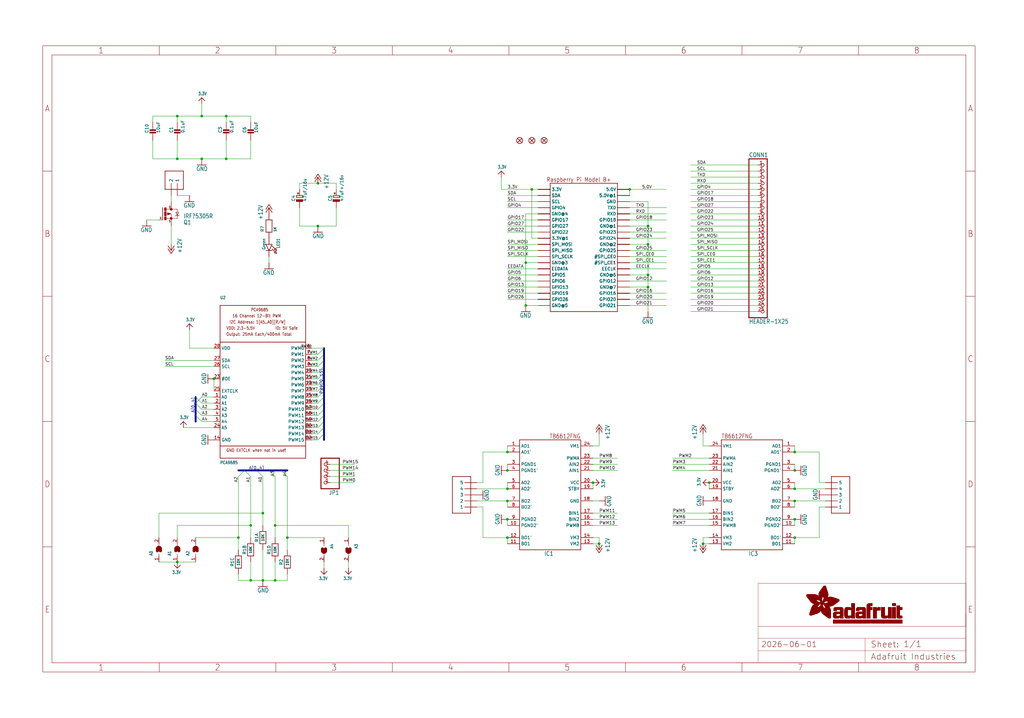
<source format=kicad_sch>
(kicad_sch (version 20230121) (generator eeschema)
  (paper "User" 425.45 298.602)
  (lib_symbols
    (symbol "working-eagle-import:+12V" (power)
      (property "Value" "+12V" (at -2.54 -5.08 90))
      (symbol "+12V_1_0"
        (pin power_in line (at 0 -2.54 90) (length 2.54) (name "+12V") (number "1"))
      )
    )
    (symbol "working-eagle-import:1X2-3.5MM"
      (symbol "1X2-3.5MM_1_0"
        (pin passive line (at -5.08 2.54 0) (length 5.08) (name "1") (number "1"))
        (pin passive line (at -5.08 0 0) (length 5.08) (name "2") (number "2"))
      )
    )
    (symbol "working-eagle-import:1X5"
      (symbol "1X5_1_0"
        (pin passive line (at -7.62 5.08 0) (length 5.08) (name "1") (number "1"))
        (pin passive line (at -7.62 2.54 0) (length 5.08) (name "2") (number "2"))
        (pin passive line (at -7.62 0 0) (length 5.08) (name "3") (number "3"))
        (pin passive line (at -7.62 -2.54 0) (length 5.08) (name "4") (number "4"))
        (pin passive line (at -7.62 -5.08 0) (length 5.08) (name "5") (number "5"))
      )
    )
    (symbol "working-eagle-import:3.3V" (power)
      (property "Value" "3.3V" (at -1.524 1.016 0))
      (symbol "3.3V_1_0"
        (pin power_in line (at 0 -2.54 90) (length 2.54) (name "3.3V") (number "1"))
      )
    )
    (symbol "working-eagle-import:CAP_CERAMIC0603_NO"
      (property "Reference" "C" (at -2.29 1.25 90))
      (symbol "CAP_CERAMIC0603_NO_1_0"
        (pin passive line (at 0 5.08 270) (length 2.54) (name "1") (number "1"))
        (pin passive line (at 0 -2.54 90) (length 2.54) (name "2") (number "2"))
      )
    )
    (symbol "working-eagle-import:CAP_CERAMIC0805-NOOUTLINE"
      (property "Reference" "C" (at -2.29 1.25 90))
      (symbol "CAP_CERAMIC0805-NOOUTLINE_1_0"
        (pin passive line (at 0 5.08 270) (length 2.54) (name "1") (number "1"))
        (pin passive line (at 0 -2.54 90) (length 2.54) (name "2") (number "2"))
      )
    )
    (symbol "working-eagle-import:CAP_ELECTROLYTICPANASONIC_C"
      (property "Reference" "C" (at -2.39 1.25 90))
      (symbol "CAP_ELECTROLYTICPANASONIC_C_1_0"
        (pin passive line (at 0 5.08 270) (length 2.54) (name "+") (number "+"))
        (pin passive line (at 0 -2.54 90) (length 2.54) (name "-") (number "-"))
      )
    )
    (symbol "working-eagle-import:FIDUCIAL_1MM")
    (symbol "working-eagle-import:FRAME_A3_ADAFRUIT"
      (symbol "FRAME_A3_ADAFRUIT_1_0"
        (text "${#}/${##}" (at 357.505 10.16 0) (effects (font (size 2.54 2.54)) (justify left bottom)))
        (text "${CURRENT_DATE}" (at 298.45 10.16 0) (effects (font (size 2.286 2.286)) (justify left bottom)))
        (text "${PROJECTNAME}" (at 298.45 15.24 0) (effects (font (size 2.54 2.54)) (justify left bottom)))
        (text "1" (at 24.2094 1.905 0) (effects (font (size 2.54 2.286))))
        (text "1" (at 24.2094 258.445 0) (effects (font (size 2.54 2.286))))
        (text "2" (at 72.6281 1.905 0) (effects (font (size 2.54 2.286))))
        (text "2" (at 72.6281 258.445 0) (effects (font (size 2.54 2.286))))
        (text "3" (at 121.0469 1.905 0) (effects (font (size 2.54 2.286))))
        (text "3" (at 121.0469 258.445 0) (effects (font (size 2.54 2.286))))
        (text "4" (at 169.4656 1.905 0) (effects (font (size 2.54 2.286))))
        (text "4" (at 169.4656 258.445 0) (effects (font (size 2.54 2.286))))
        (text "5" (at 217.8844 1.905 0) (effects (font (size 2.54 2.286))))
        (text "5" (at 217.8844 258.445 0) (effects (font (size 2.54 2.286))))
        (text "6" (at 266.3031 1.905 0) (effects (font (size 2.54 2.286))))
        (text "6" (at 266.3031 258.445 0) (effects (font (size 2.54 2.286))))
        (text "7" (at 314.7219 1.905 0) (effects (font (size 2.54 2.286))))
        (text "7" (at 314.7219 258.445 0) (effects (font (size 2.54 2.286))))
        (text "8" (at 363.1406 1.905 0) (effects (font (size 2.54 2.286))))
        (text "8" (at 363.1406 258.445 0) (effects (font (size 2.54 2.286))))
        (text "A" (at 1.905 234.315 0) (effects (font (size 2.54 2.286))))
        (text "A" (at 385.445 234.315 0) (effects (font (size 2.54 2.286))))
        (text "Adafruit Industries" (at 343.916 4.953 0) (effects (font (size 2.54 2.54)) (justify left bottom)))
        (text "B" (at 1.905 182.245 0) (effects (font (size 2.54 2.286))))
        (text "B" (at 385.445 182.245 0) (effects (font (size 2.54 2.286))))
        (text "C" (at 1.905 130.175 0) (effects (font (size 2.54 2.286))))
        (text "C" (at 385.445 130.175 0) (effects (font (size 2.54 2.286))))
        (text "D" (at 1.905 78.105 0) (effects (font (size 2.54 2.286))))
        (text "D" (at 385.445 78.105 0) (effects (font (size 2.54 2.286))))
        (text "E" (at 1.905 26.035 0) (effects (font (size 2.54 2.286))))
        (text "E" (at 385.445 26.035 0) (effects (font (size 2.54 2.286))))
        (text "Sheet:" (at 343.916 10.033 0) (effects (font (size 2.54 2.54)) (justify left bottom)))
      )
    )
    (symbol "working-eagle-import:GND" (power)
      (property "Value" "GND" (at -2.54 -2.54 0))
      (symbol "GND_1_0"
        (pin power_in line (at 0 2.54 270) (length 2.54) (name "GND") (number "1"))
      )
    )
    (symbol "working-eagle-import:HEADER-1X25"
      (property "Reference" "CONN" (at -3.81 33.655 0))
      (symbol "HEADER-1X25_1_0"
        (pin passive inverted (at 0 30.48 0) (length 2.54) (name "1") (number "1"))
        (pin passive inverted (at 0 7.62 0) (length 2.54) (name "10") (number "10"))
        (pin passive inverted (at 0 5.08 0) (length 2.54) (name "11") (number "11"))
        (pin passive inverted (at 0 2.54 0) (length 2.54) (name "12") (number "12"))
        (pin passive inverted (at 0 0 0) (length 2.54) (name "13") (number "13"))
        (pin passive inverted (at 0 -2.54 0) (length 2.54) (name "14") (number "14"))
        (pin passive inverted (at 0 -5.08 0) (length 2.54) (name "15") (number "15"))
        (pin passive inverted (at 0 -7.62 0) (length 2.54) (name "16") (number "16"))
        (pin passive inverted (at 0 -10.16 0) (length 2.54) (name "17") (number "17"))
        (pin passive inverted (at 0 -12.7 0) (length 2.54) (name "18") (number "18"))
        (pin passive inverted (at 0 -15.24 0) (length 2.54) (name "19") (number "19"))
        (pin passive inverted (at 0 27.94 0) (length 2.54) (name "2") (number "2"))
        (pin passive inverted (at 0 -17.78 0) (length 2.54) (name "20") (number "20"))
        (pin passive inverted (at 0 -20.32 0) (length 2.54) (name "21") (number "21"))
        (pin passive inverted (at 0 -22.86 0) (length 2.54) (name "22") (number "22"))
        (pin passive inverted (at 0 -25.4 0) (length 2.54) (name "23") (number "23"))
        (pin passive inverted (at 0 -27.94 0) (length 2.54) (name "24") (number "24"))
        (pin passive inverted (at 0 -30.48 0) (length 2.54) (name "25") (number "25"))
        (pin passive inverted (at 0 25.4 0) (length 2.54) (name "3") (number "3"))
        (pin passive inverted (at 0 22.86 0) (length 2.54) (name "4") (number "4"))
        (pin passive inverted (at 0 20.32 0) (length 2.54) (name "5") (number "5"))
        (pin passive inverted (at 0 17.78 0) (length 2.54) (name "6") (number "6"))
        (pin passive inverted (at 0 15.24 0) (length 2.54) (name "7") (number "7"))
        (pin passive inverted (at 0 12.7 0) (length 2.54) (name "8") (number "8"))
        (pin passive inverted (at 0 10.16 0) (length 2.54) (name "9") (number "9"))
      )
    )
    (symbol "working-eagle-import:HEADER-1X4ROUND"
      (property "Reference" "JP" (at -6.35 8.255 0))
      (symbol "HEADER-1X4ROUND_1_0"
        (pin passive inverted (at -2.54 5.08 0) (length 2.54) (name "1") (number "1"))
        (pin passive inverted (at -2.54 2.54 0) (length 2.54) (name "2") (number "2"))
        (pin passive inverted (at -2.54 0 0) (length 2.54) (name "3") (number "3"))
        (pin passive inverted (at -2.54 -2.54 0) (length 2.54) (name "4") (number "4"))
      )
    )
    (symbol "working-eagle-import:IRF?5305R"
      (property "Reference" "Q" (at 7.62 2.54 0))
      (symbol "IRF?5305R_1_0"
        (text "D" (at 1.524 -3.302 0) (effects (font (size 0.8128 0.6908)) (justify left bottom)))
        (text "G" (at -2.286 1.27 0) (effects (font (size 0.8128 0.6908)) (justify left bottom)))
        (text "S" (at 1.524 2.54 0) (effects (font (size 0.8128 0.6908)) (justify left bottom)))
        (pin passive line (at -2.54 2.54 0) (length 0) (name "G") (number "1"))
        (pin passive line (at 2.54 5.08 270) (length 2.54) (name "S") (number "3"))
        (pin passive line (at 2.54 -5.08 90) (length 2.54) (name "D") (number "4"))
      )
    )
    (symbol "working-eagle-import:LED0805_NOOUTLINE"
      (property "Reference" "D" (at -1.27 4.445 0))
      (symbol "LED0805_NOOUTLINE_1_0"
        (pin passive line (at -5.08 0 0) (length 2.54) (name "A") (number "A"))
        (pin passive line (at 2.54 0 180) (length 2.54) (name "C") (number "C"))
      )
    )
    (symbol "working-eagle-import:PCA9685"
      (property "Reference" "U" (at -17.78 35.56 0))
      (symbol "PCA9685_1_0"
        (text "16 Channel 12-Bit PWM" (at -12.7 27.94 0) (effects (font (size 1.27 1.0795)) (justify left bottom)))
        (text "GND EXTCLK when not in use!" (at -15.24 -27.94 0) (effects (font (size 1.27 1.0795)) (justify left bottom)))
        (text "I2C Address: 1[A5..A0][R/W]" (at -13.97 25.4 0) (effects (font (size 1.27 1.0795)) (justify left bottom)))
        (text "IO: 5V Safe" (at 5.08 22.86 0) (effects (font (size 1.27 1.0795)) (justify left bottom)))
        (text "Output: 25mA Each/400mA Total" (at -15.24 20.32 0) (effects (font (size 1.27 1.0795)) (justify left bottom)))
        (text "PCA9685" (at -5.08 30.48 0) (effects (font (size 1.27 1.0795)) (justify left bottom)))
        (text "VDD: 2.3-5.5V" (at -15.24 22.86 0) (effects (font (size 1.27 1.0795)) (justify left bottom)))
        (pin bidirectional line (at -20.32 -5.08 0) (length 2.54) (name "A0") (number "1"))
        (pin output line (at 20.32 5.08 180) (length 2.54) (name "PWM4") (number "10"))
        (pin output line (at 20.32 2.54 180) (length 2.54) (name "PWM5") (number "11"))
        (pin output line (at 20.32 0 180) (length 2.54) (name "PWM6") (number "12"))
        (pin output line (at 20.32 -2.54 180) (length 2.54) (name "PWM7") (number "13"))
        (pin power_in line (at -20.32 -22.86 0) (length 2.54) (name "GND") (number "14"))
        (pin output line (at 20.32 -5.08 180) (length 2.54) (name "PWM8") (number "15"))
        (pin output line (at 20.32 -7.62 180) (length 2.54) (name "PWM9") (number "16"))
        (pin output line (at 20.32 -10.16 180) (length 2.54) (name "PWM10") (number "17"))
        (pin output line (at 20.32 -12.7 180) (length 2.54) (name "PWM11") (number "18"))
        (pin output line (at 20.32 -15.24 180) (length 2.54) (name "PWM12") (number "19"))
        (pin bidirectional line (at -20.32 -7.62 0) (length 2.54) (name "A1") (number "2"))
        (pin output line (at 20.32 -17.78 180) (length 2.54) (name "PWM13") (number "20"))
        (pin output line (at 20.32 -20.32 180) (length 2.54) (name "PWM14") (number "21"))
        (pin output line (at 20.32 -22.86 180) (length 2.54) (name "PWM15") (number "22"))
        (pin input line (at -20.32 2.54 0) (length 2.54) (name "#OE") (number "23"))
        (pin bidirectional line (at -20.32 -17.78 0) (length 2.54) (name "A5") (number "24"))
        (pin input line (at -20.32 -2.54 0) (length 2.54) (name "EXTCLK") (number "25"))
        (pin bidirectional line (at -20.32 7.62 0) (length 2.54) (name "SCL") (number "26"))
        (pin bidirectional line (at -20.32 10.16 0) (length 2.54) (name "SDA") (number "27"))
        (pin power_in line (at -20.32 15.24 0) (length 2.54) (name "VDD") (number "28"))
        (pin bidirectional line (at -20.32 -10.16 0) (length 2.54) (name "A2") (number "3"))
        (pin bidirectional line (at -20.32 -12.7 0) (length 2.54) (name "A3") (number "4"))
        (pin bidirectional line (at -20.32 -15.24 0) (length 2.54) (name "A4") (number "5"))
        (pin output line (at 20.32 15.24 180) (length 2.54) (name "PWM0") (number "6"))
        (pin output line (at 20.32 12.7 180) (length 2.54) (name "PWM1") (number "7"))
        (pin output line (at 20.32 10.16 180) (length 2.54) (name "PWM2") (number "8"))
        (pin output line (at 20.32 7.62 180) (length 2.54) (name "PWM3") (number "9"))
      )
    )
    (symbol "working-eagle-import:RASPBERRYPI_BPLUS_BONNET_THMSMT"
      (symbol "RASPBERRYPI_BPLUS_BONNET_THMSMT_1_0"
        (text "Raspberry Pi Model B+" (at 12.7 25.4 0) (effects (font (size 1.778 1.5113)) (justify right top)))
        (pin power_in line (at -17.78 20.32 0) (length 5.08) (name "3.3V") (number "1"))
        (pin bidirectional line (at 20.32 10.16 180) (length 5.08) (name "RXD") (number "10"))
        (pin bidirectional line (at -17.78 7.62 0) (length 5.08) (name "GPIO17") (number "11"))
        (pin bidirectional line (at 20.32 7.62 180) (length 5.08) (name "GPIO18") (number "12"))
        (pin bidirectional line (at -17.78 5.08 0) (length 5.08) (name "GPIO27") (number "13"))
        (pin power_in line (at 20.32 5.08 180) (length 5.08) (name "GND@1") (number "14"))
        (pin bidirectional line (at -17.78 2.54 0) (length 5.08) (name "GPIO22") (number "15"))
        (pin bidirectional line (at 20.32 2.54 180) (length 5.08) (name "GPIO23") (number "16"))
        (pin power_in line (at -17.78 0 0) (length 5.08) (name "3.3V@1") (number "17"))
        (pin bidirectional line (at 20.32 0 180) (length 5.08) (name "GPIO24") (number "18"))
        (pin bidirectional line (at -17.78 -2.54 0) (length 5.08) (name "SPI_MOSI") (number "19"))
        (pin power_in line (at 20.32 20.32 180) (length 5.08) (name "5.0V") (number "2"))
        (pin power_in line (at 20.32 -2.54 180) (length 5.08) (name "GND@2") (number "20"))
        (pin bidirectional line (at -17.78 -5.08 0) (length 5.08) (name "SPI_MISO") (number "21"))
        (pin bidirectional line (at 20.32 -5.08 180) (length 5.08) (name "GPIO25") (number "22"))
        (pin bidirectional line (at -17.78 -7.62 0) (length 5.08) (name "SPI_SCLK") (number "23"))
        (pin bidirectional line (at 20.32 -7.62 180) (length 5.08) (name "#SPI_CE0") (number "24"))
        (pin power_in line (at -17.78 -10.16 0) (length 5.08) (name "GND@3") (number "25"))
        (pin bidirectional line (at 20.32 -10.16 180) (length 5.08) (name "#SPI_CE1") (number "26"))
        (pin bidirectional line (at -17.78 -12.7 0) (length 5.08) (name "EEDATA") (number "27"))
        (pin bidirectional line (at 20.32 -12.7 180) (length 5.08) (name "EECLK") (number "28"))
        (pin bidirectional line (at -17.78 -15.24 0) (length 5.08) (name "GPIO5") (number "29"))
        (pin bidirectional line (at -17.78 17.78 0) (length 5.08) (name "SDA") (number "3"))
        (pin power_in line (at 20.32 -15.24 180) (length 5.08) (name "GND@6") (number "30"))
        (pin bidirectional line (at -17.78 -17.78 0) (length 5.08) (name "GPIO6") (number "31"))
        (pin bidirectional line (at 20.32 -17.78 180) (length 5.08) (name "GPIO12") (number "32"))
        (pin bidirectional line (at -17.78 -20.32 0) (length 5.08) (name "GPIO13") (number "33"))
        (pin power_in line (at 20.32 -20.32 180) (length 5.08) (name "GND@7") (number "34"))
        (pin bidirectional line (at -17.78 -22.86 0) (length 5.08) (name "GPIO19") (number "35"))
        (pin bidirectional line (at 20.32 -22.86 180) (length 5.08) (name "GPIO16") (number "36"))
        (pin bidirectional line (at -17.78 -25.4 0) (length 5.08) (name "GPIO26") (number "37"))
        (pin bidirectional line (at 20.32 -25.4 180) (length 5.08) (name "GPIO20") (number "38"))
        (pin power_in line (at -17.78 -27.94 0) (length 5.08) (name "GND@5") (number "39"))
        (pin power_in line (at 20.32 17.78 180) (length 5.08) (name "5.0V@1") (number "4"))
        (pin bidirectional line (at 20.32 -27.94 180) (length 5.08) (name "GPIO21") (number "40"))
        (pin bidirectional line (at -17.78 15.24 0) (length 5.08) (name "SCL") (number "5"))
        (pin power_in line (at 20.32 15.24 180) (length 5.08) (name "GND") (number "6"))
        (pin bidirectional line (at -17.78 12.7 0) (length 5.08) (name "GPIO4") (number "7"))
        (pin bidirectional line (at 20.32 12.7 180) (length 5.08) (name "TXD") (number "8"))
        (pin power_in line (at -17.78 10.16 0) (length 5.08) (name "GND@4") (number "9"))
        (pin power_in line (at -17.78 20.32 0) (length 5.08) (name "3.3V") (number "S1"))
        (pin bidirectional line (at 20.32 10.16 180) (length 5.08) (name "RXD") (number "S10"))
        (pin bidirectional line (at -17.78 7.62 0) (length 5.08) (name "GPIO17") (number "S11"))
        (pin bidirectional line (at 20.32 7.62 180) (length 5.08) (name "GPIO18") (number "S12"))
        (pin bidirectional line (at -17.78 5.08 0) (length 5.08) (name "GPIO27") (number "S13"))
        (pin power_in line (at 20.32 5.08 180) (length 5.08) (name "GND@1") (number "S14"))
        (pin bidirectional line (at -17.78 2.54 0) (length 5.08) (name "GPIO22") (number "S15"))
        (pin bidirectional line (at 20.32 2.54 180) (length 5.08) (name "GPIO23") (number "S16"))
        (pin power_in line (at -17.78 0 0) (length 5.08) (name "3.3V@1") (number "S17"))
        (pin bidirectional line (at 20.32 0 180) (length 5.08) (name "GPIO24") (number "S18"))
        (pin bidirectional line (at -17.78 -2.54 0) (length 5.08) (name "SPI_MOSI") (number "S19"))
        (pin power_in line (at 20.32 20.32 180) (length 5.08) (name "5.0V") (number "S2"))
        (pin power_in line (at 20.32 -2.54 180) (length 5.08) (name "GND@2") (number "S20"))
        (pin bidirectional line (at -17.78 -5.08 0) (length 5.08) (name "SPI_MISO") (number "S21"))
        (pin bidirectional line (at 20.32 -5.08 180) (length 5.08) (name "GPIO25") (number "S22"))
        (pin bidirectional line (at -17.78 -7.62 0) (length 5.08) (name "SPI_SCLK") (number "S23"))
        (pin bidirectional line (at 20.32 -7.62 180) (length 5.08) (name "#SPI_CE0") (number "S24"))
        (pin power_in line (at -17.78 -10.16 0) (length 5.08) (name "GND@3") (number "S25"))
        (pin bidirectional line (at 20.32 -10.16 180) (length 5.08) (name "#SPI_CE1") (number "S26"))
        (pin bidirectional line (at -17.78 -12.7 0) (length 5.08) (name "EEDATA") (number "S27"))
        (pin bidirectional line (at 20.32 -12.7 180) (length 5.08) (name "EECLK") (number "S28"))
        (pin bidirectional line (at -17.78 -15.24 0) (length 5.08) (name "GPIO5") (number "S29"))
        (pin bidirectional line (at -17.78 17.78 0) (length 5.08) (name "SDA") (number "S3"))
        (pin power_in line (at 20.32 -15.24 180) (length 5.08) (name "GND@6") (number "S30"))
        (pin bidirectional line (at -17.78 -17.78 0) (length 5.08) (name "GPIO6") (number "S31"))
        (pin bidirectional line (at 20.32 -17.78 180) (length 5.08) (name "GPIO12") (number "S32"))
        (pin bidirectional line (at -17.78 -20.32 0) (length 5.08) (name "GPIO13") (number "S33"))
        (pin power_in line (at 20.32 -20.32 180) (length 5.08) (name "GND@7") (number "S34"))
        (pin bidirectional line (at -17.78 -22.86 0) (length 5.08) (name "GPIO19") (number "S35"))
        (pin bidirectional line (at 20.32 -22.86 180) (length 5.08) (name "GPIO16") (number "S36"))
        (pin bidirectional line (at -17.78 -25.4 0) (length 5.08) (name "GPIO26") (number "S37"))
        (pin bidirectional line (at 20.32 -25.4 180) (length 5.08) (name "GPIO20") (number "S38"))
        (pin power_in line (at -17.78 -27.94 0) (length 5.08) (name "GND@5") (number "S39"))
        (pin power_in line (at 20.32 17.78 180) (length 5.08) (name "5.0V@1") (number "S4"))
        (pin bidirectional line (at 20.32 -27.94 180) (length 5.08) (name "GPIO21") (number "S40"))
        (pin bidirectional line (at -17.78 15.24 0) (length 5.08) (name "SCL") (number "S5"))
        (pin power_in line (at 20.32 15.24 180) (length 5.08) (name "GND") (number "S6"))
        (pin bidirectional line (at -17.78 12.7 0) (length 5.08) (name "GPIO4") (number "S7"))
        (pin bidirectional line (at 20.32 12.7 180) (length 5.08) (name "TXD") (number "S8"))
        (pin power_in line (at -17.78 10.16 0) (length 5.08) (name "GND@4") (number "S9"))
      )
    )
    (symbol "working-eagle-import:RESISTOR_0603_NOOUT"
      (property "Reference" "R" (at 0 2.54 0))
      (symbol "RESISTOR_0603_NOOUT_1_0"
        (pin passive line (at -5.08 0 0) (length 2.54) (name "1") (number "1"))
        (pin passive line (at 5.08 0 180) (length 2.54) (name "2") (number "2"))
      )
    )
    (symbol "working-eagle-import:RESISTOR_4PACK"
      (property "Reference" "R" (at 0 2.54 0))
      (symbol "RESISTOR_4PACK_1_0"
        (pin passive line (at -5.08 0 0) (length 2.54) (name "1") (number "1"))
        (pin passive line (at 5.08 0 180) (length 2.54) (name "2") (number "8"))
      )
      (symbol "RESISTOR_4PACK_2_0"
        (pin passive line (at -5.08 0 0) (length 2.54) (name "1") (number "2"))
        (pin passive line (at 5.08 0 180) (length 2.54) (name "2") (number "7"))
      )
      (symbol "RESISTOR_4PACK_3_0"
        (pin passive line (at -5.08 0 0) (length 2.54) (name "1") (number "3"))
        (pin passive line (at 5.08 0 180) (length 2.54) (name "2") (number "6"))
      )
      (symbol "RESISTOR_4PACK_4_0"
        (pin passive line (at -5.08 0 0) (length 2.54) (name "1") (number "4"))
        (pin passive line (at 5.08 0 180) (length 2.54) (name "2") (number "5"))
      )
    )
    (symbol "working-eagle-import:SOLDERJUMPERREFLOW_NOPASTE"
      (property "Reference" "SJ" (at -2.54 2.54 0))
      (symbol "SOLDERJUMPERREFLOW_NOPASTE_1_0"
        (pin passive line (at -5.08 0 0) (length 2.54) (name "1") (number "1"))
        (pin passive line (at 5.08 0 180) (length 2.54) (name "2") (number "2"))
      )
    )
    (symbol "working-eagle-import:TB6612FNG"
      (property "Reference" "IC" (at -2.54 -25.4 0))
      (symbol "TB6612FNG_1_0"
        (text "TB6612FNG" (at 12.7 25.4 0) (effects (font (size 1.778 1.5113)) (justify right top)))
        (pin output line (at -17.78 20.32 0) (length 5.08) (name "AO1") (number "1"))
        (pin power_in line (at -17.78 -12.7 0) (length 5.08) (name "PGND2'") (number "10"))
        (pin output line (at -17.78 -20.32 0) (length 5.08) (name "BO1") (number "11"))
        (pin output line (at -17.78 -17.78 0) (length 5.08) (name "BO1'") (number "12"))
        (pin power_in line (at 17.78 -20.32 180) (length 5.08) (name "VM2") (number "13"))
        (pin power_in line (at 17.78 -17.78 180) (length 5.08) (name "VM3") (number "14"))
        (pin input line (at 17.78 -12.7 180) (length 5.08) (name "PWMB") (number "15"))
        (pin input line (at 17.78 -10.16 180) (length 5.08) (name "BIN2") (number "16"))
        (pin input line (at 17.78 -7.62 180) (length 5.08) (name "BIN1") (number "17"))
        (pin power_in line (at 17.78 -2.54 180) (length 5.08) (name "GND") (number "18"))
        (pin input line (at 17.78 2.54 180) (length 5.08) (name "STBY") (number "19"))
        (pin output line (at -17.78 17.78 0) (length 5.08) (name "AO1'") (number "2"))
        (pin power_in line (at 17.78 5.08 180) (length 5.08) (name "VCC") (number "20"))
        (pin input line (at 17.78 10.16 180) (length 5.08) (name "AIN1") (number "21"))
        (pin input line (at 17.78 12.7 180) (length 5.08) (name "AIN2") (number "22"))
        (pin input line (at 17.78 15.24 180) (length 5.08) (name "PWMA") (number "23"))
        (pin power_in line (at 17.78 20.32 180) (length 5.08) (name "VM1") (number "24"))
        (pin power_in line (at -17.78 12.7 0) (length 5.08) (name "PGND1") (number "3"))
        (pin power_in line (at -17.78 10.16 0) (length 5.08) (name "PGND1'") (number "4"))
        (pin output line (at -17.78 5.08 0) (length 5.08) (name "AO2") (number "5"))
        (pin output line (at -17.78 2.54 0) (length 5.08) (name "AO2'") (number "6"))
        (pin output line (at -17.78 -2.54 0) (length 5.08) (name "BO2") (number "7"))
        (pin output line (at -17.78 -5.08 0) (length 5.08) (name "BO2'") (number "8"))
        (pin power_in line (at -17.78 -10.16 0) (length 5.08) (name "PGND2") (number "9"))
      )
    )
  )
  (junction (at 330.2 187.96))
  (junction (at 83.82 66.04))
  (junction (at 73.66 233.68))
  (junction (at 99.06 223.52))
  (junction (at 73.66 48.26))
  (junction (at 330.2 208.28))
  (junction (at 93.98 48.26))
  (junction (at 109.22 213.36))
  (junction (at 104.14 241.3))
  (junction (at 269.24 101.6))
  (junction (at 210.82 203.2))
  (junction (at 261.62 78.74))
  (junction (at 114.3 218.44))
  (junction (at 88.9 157.48))
  (junction (at 132.08 93.98))
  (junction (at 132.08 76.2))
  (junction (at 330.2 203.2))
  (junction (at 330.2 195.58))
  (junction (at 330.2 223.52))
  (junction (at 269.24 114.3))
  (junction (at 330.2 215.9))
  (junction (at 269.24 93.98))
  (junction (at 248.92 226.06))
  (junction (at 218.44 109.22))
  (junction (at 104.14 218.44))
  (junction (at 210.82 208.28))
  (junction (at 73.66 66.04))
  (junction (at 294.64 200.66))
  (junction (at 292.1 226.06))
  (junction (at 83.82 48.26))
  (junction (at 109.22 241.3))
  (junction (at 220.98 78.74))
  (junction (at 210.82 195.58))
  (junction (at 114.3 241.3))
  (junction (at 119.38 223.52))
  (junction (at 210.82 223.52))
  (junction (at 218.44 127))
  (junction (at 210.82 215.9))
  (junction (at 210.82 187.96))
  (junction (at 269.24 119.38))
  (junction (at 93.98 66.04))
  (junction (at 246.38 200.66))
  (bus_entry (at 132.08 180.34) (size 2.54 -2.54))
  (bus_entry (at 132.08 162.56) (size 2.54 -2.54))
  (bus_entry (at 99.06 198.12) (size 2.54 -2.54))
  (bus_entry (at 132.08 182.88) (size 2.54 -2.54))
  (bus_entry (at 132.08 152.4) (size 2.54 -2.54))
  (bus_entry (at 83.82 170.18) (size -2.54 -2.54))
  (bus_entry (at 109.22 198.12) (size -2.54 -2.54))
  (bus_entry (at 132.08 147.32) (size 2.54 -2.54))
  (bus_entry (at 132.08 154.94) (size 2.54 -2.54))
  (bus_entry (at 83.82 175.26) (size -2.54 -2.54))
  (bus_entry (at 104.14 198.12) (size -2.54 -2.54))
  (bus_entry (at 132.08 170.18) (size 2.54 -2.54))
  (bus_entry (at 132.08 177.8) (size 2.54 -2.54))
  (bus_entry (at 132.08 172.72) (size 2.54 -2.54))
  (bus_entry (at 132.08 167.64) (size 2.54 -2.54))
  (bus_entry (at 132.08 149.86) (size 2.54 -2.54))
  (bus_entry (at 83.82 165.1) (size -2.54 2.54))
  (bus_entry (at 114.3 198.12) (size -2.54 -2.54))
  (bus_entry (at 132.08 175.26) (size 2.54 -2.54))
  (bus_entry (at 132.08 160.02) (size 2.54 -2.54))
  (bus_entry (at 132.08 157.48) (size 2.54 -2.54))
  (bus_entry (at 119.38 198.12) (size -2.54 -2.54))
  (bus_entry (at 83.82 167.64) (size -2.54 -2.54))
  (bus_entry (at 83.82 172.72) (size -2.54 -2.54))
  (bus_entry (at 132.08 165.1) (size 2.54 -2.54))
  (wire (pts (xy 93.98 66.04) (xy 93.98 58.42)) (stroke (width 0.1524)))
  (bus (pts (xy 134.62 175.26) (xy 134.62 177.8)) (stroke (width 0.762)))
  (wire (pts (xy 330.2 203.2) (xy 342.9 203.2)) (stroke (width 0.1524)))
  (wire (pts (xy 83.82 172.72) (xy 88.9 172.72)) (stroke (width 0.1524)))
  (wire (pts (xy 132.08 76.2) (xy 139.7 76.2)) (stroke (width 0.1524)))
  (wire (pts (xy 330.2 226.06) (xy 330.2 223.52)) (stroke (width 0.1524)))
  (wire (pts (xy 314.96 111.76) (xy 287.02 111.76)) (stroke (width 0.1524)))
  (wire (pts (xy 294.64 193.04) (xy 279.4 193.04)) (stroke (width 0.1524)))
  (wire (pts (xy 269.24 93.98) (xy 269.24 101.6)) (stroke (width 0.1524)))
  (wire (pts (xy 314.96 68.58) (xy 287.02 68.58)) (stroke (width 0.1524)))
  (wire (pts (xy 83.82 43.18) (xy 83.82 48.26)) (stroke (width 0.1524)))
  (wire (pts (xy 134.62 233.68) (xy 134.62 236.22)) (stroke (width 0.1524)))
  (wire (pts (xy 81.28 233.68) (xy 73.66 233.68)) (stroke (width 0.1524)))
  (wire (pts (xy 220.98 99.06) (xy 220.98 78.74)) (stroke (width 0.1524)))
  (wire (pts (xy 210.82 208.28) (xy 210.82 210.82)) (stroke (width 0.1524)))
  (wire (pts (xy 78.74 137.16) (xy 78.74 144.78)) (stroke (width 0.1524)))
  (wire (pts (xy 330.2 193.04) (xy 330.2 195.58)) (stroke (width 0.1524)))
  (wire (pts (xy 93.98 66.04) (xy 104.14 66.04)) (stroke (width 0.1524)))
  (bus (pts (xy 134.62 149.86) (xy 134.62 152.4)) (stroke (width 0.762)))
  (wire (pts (xy 261.62 121.92) (xy 276.86 121.92)) (stroke (width 0.1524)))
  (wire (pts (xy 294.64 215.9) (xy 279.4 215.9)) (stroke (width 0.1524)))
  (wire (pts (xy 73.66 58.42) (xy 73.66 66.04)) (stroke (width 0.1524)))
  (wire (pts (xy 129.54 165.1) (xy 132.08 165.1)) (stroke (width 0.1524)))
  (wire (pts (xy 63.5 66.04) (xy 63.5 58.42)) (stroke (width 0.1524)))
  (bus (pts (xy 134.62 152.4) (xy 134.62 154.94)) (stroke (width 0.762)))
  (wire (pts (xy 210.82 121.92) (xy 223.52 121.92)) (stroke (width 0.1524)))
  (wire (pts (xy 287.02 129.54) (xy 314.96 129.54)) (stroke (width 0.1524)))
  (wire (pts (xy 261.62 124.46) (xy 276.86 124.46)) (stroke (width 0.1524)))
  (wire (pts (xy 124.46 76.2) (xy 124.46 78.74)) (stroke (width 0.1524)))
  (wire (pts (xy 109.22 218.44) (xy 109.22 213.36)) (stroke (width 0.1524)))
  (wire (pts (xy 287.02 76.2) (xy 314.96 76.2)) (stroke (width 0.1524)))
  (wire (pts (xy 218.44 109.22) (xy 218.44 88.9)) (stroke (width 0.1524)))
  (wire (pts (xy 81.28 223.52) (xy 99.06 223.52)) (stroke (width 0.1524)))
  (wire (pts (xy 129.54 160.02) (xy 132.08 160.02)) (stroke (width 0.1524)))
  (wire (pts (xy 119.38 228.6) (xy 119.38 223.52)) (stroke (width 0.1524)))
  (wire (pts (xy 63.5 50.8) (xy 63.5 48.26)) (stroke (width 0.1524)))
  (wire (pts (xy 246.38 195.58) (xy 256.54 195.58)) (stroke (width 0.1524)))
  (wire (pts (xy 83.82 175.26) (xy 88.9 175.26)) (stroke (width 0.1524)))
  (wire (pts (xy 261.62 83.82) (xy 269.24 83.82)) (stroke (width 0.1524)))
  (wire (pts (xy 78.74 144.78) (xy 88.9 144.78)) (stroke (width 0.1524)))
  (wire (pts (xy 109.22 241.3) (xy 104.14 241.3)) (stroke (width 0.1524)))
  (wire (pts (xy 99.06 223.52) (xy 99.06 198.12)) (stroke (width 0.1524)))
  (wire (pts (xy 83.82 48.26) (xy 73.66 48.26)) (stroke (width 0.1524)))
  (wire (pts (xy 210.82 114.3) (xy 223.52 114.3)) (stroke (width 0.1524)))
  (bus (pts (xy 101.6 195.58) (xy 106.68 195.58)) (stroke (width 0.762)))
  (wire (pts (xy 269.24 101.6) (xy 269.24 114.3)) (stroke (width 0.1524)))
  (wire (pts (xy 210.82 104.14) (xy 223.52 104.14)) (stroke (width 0.1524)))
  (wire (pts (xy 129.54 152.4) (xy 132.08 152.4)) (stroke (width 0.1524)))
  (wire (pts (xy 223.52 78.74) (xy 220.98 78.74)) (stroke (width 0.1524)))
  (wire (pts (xy 60.96 91.44) (xy 66.04 91.44)) (stroke (width 0.1524)))
  (wire (pts (xy 261.62 86.36) (xy 276.86 86.36)) (stroke (width 0.1524)))
  (wire (pts (xy 83.82 66.04) (xy 93.98 66.04)) (stroke (width 0.1524)))
  (wire (pts (xy 287.02 119.38) (xy 314.96 119.38)) (stroke (width 0.1524)))
  (wire (pts (xy 314.96 96.52) (xy 287.02 96.52)) (stroke (width 0.1524)))
  (bus (pts (xy 116.84 195.58) (xy 119.38 195.58)) (stroke (width 0.762)))
  (wire (pts (xy 218.44 109.22) (xy 218.44 127)) (stroke (width 0.1524)))
  (wire (pts (xy 314.96 86.36) (xy 287.02 86.36)) (stroke (width 0.1524)))
  (wire (pts (xy 287.02 104.14) (xy 314.96 104.14)) (stroke (width 0.1524)))
  (wire (pts (xy 314.96 73.66) (xy 287.02 73.66)) (stroke (width 0.1524)))
  (wire (pts (xy 223.52 81.28) (xy 210.82 81.28)) (stroke (width 0.1524)))
  (wire (pts (xy 314.96 101.6) (xy 287.02 101.6)) (stroke (width 0.1524)))
  (wire (pts (xy 246.38 213.36) (xy 256.54 213.36)) (stroke (width 0.1524)))
  (wire (pts (xy 294.64 190.5) (xy 279.4 190.5)) (stroke (width 0.1524)))
  (wire (pts (xy 261.62 99.06) (xy 276.86 99.06)) (stroke (width 0.1524)))
  (wire (pts (xy 223.52 111.76) (xy 210.82 111.76)) (stroke (width 0.1524)))
  (wire (pts (xy 83.82 167.64) (xy 88.9 167.64)) (stroke (width 0.1524)))
  (wire (pts (xy 144.78 223.52) (xy 144.78 218.44)) (stroke (width 0.1524)))
  (wire (pts (xy 137.16 200.66) (xy 147.32 200.66)) (stroke (width 0.1524)))
  (wire (pts (xy 109.22 213.36) (xy 66.04 213.36)) (stroke (width 0.1524)))
  (wire (pts (xy 261.62 101.6) (xy 269.24 101.6)) (stroke (width 0.1524)))
  (wire (pts (xy 218.44 88.9) (xy 223.52 88.9)) (stroke (width 0.1524)))
  (wire (pts (xy 246.38 193.04) (xy 256.54 193.04)) (stroke (width 0.1524)))
  (wire (pts (xy 210.82 193.04) (xy 210.82 195.58)) (stroke (width 0.1524)))
  (bus (pts (xy 81.28 170.18) (xy 81.28 172.72)) (stroke (width 0.762)))
  (wire (pts (xy 261.62 104.14) (xy 276.86 104.14)) (stroke (width 0.1524)))
  (wire (pts (xy 99.06 228.6) (xy 99.06 223.52)) (stroke (width 0.1524)))
  (wire (pts (xy 129.54 154.94) (xy 132.08 154.94)) (stroke (width 0.1524)))
  (wire (pts (xy 261.62 91.44) (xy 276.86 91.44)) (stroke (width 0.1524)))
  (bus (pts (xy 99.06 195.58) (xy 101.6 195.58)) (stroke (width 0.762)))
  (wire (pts (xy 340.36 200.66) (xy 342.9 200.66)) (stroke (width 0.1524)))
  (wire (pts (xy 248.92 185.42) (xy 248.92 180.34)) (stroke (width 0.1524)))
  (wire (pts (xy 223.52 127) (xy 218.44 127)) (stroke (width 0.1524)))
  (wire (pts (xy 104.14 218.44) (xy 73.66 218.44)) (stroke (width 0.1524)))
  (wire (pts (xy 261.62 109.22) (xy 276.86 109.22)) (stroke (width 0.1524)))
  (bus (pts (xy 134.62 180.34) (xy 134.62 182.88)) (stroke (width 0.762)))
  (wire (pts (xy 294.64 223.52) (xy 292.1 223.52)) (stroke (width 0.1524)))
  (wire (pts (xy 109.22 213.36) (xy 109.22 198.12)) (stroke (width 0.1524)))
  (wire (pts (xy 208.28 78.74) (xy 208.28 73.66)) (stroke (width 0.1524)))
  (wire (pts (xy 129.54 167.64) (xy 132.08 167.64)) (stroke (width 0.1524)))
  (wire (pts (xy 294.64 218.44) (xy 279.4 218.44)) (stroke (width 0.1524)))
  (bus (pts (xy 111.76 195.58) (xy 116.84 195.58)) (stroke (width 0.762)))
  (wire (pts (xy 124.46 86.36) (xy 124.46 93.98)) (stroke (width 0.1524)))
  (wire (pts (xy 198.12 203.2) (xy 210.82 203.2)) (stroke (width 0.1524)))
  (wire (pts (xy 210.82 124.46) (xy 223.52 124.46)) (stroke (width 0.1524)))
  (wire (pts (xy 261.62 93.98) (xy 269.24 93.98)) (stroke (width 0.1524)))
  (bus (pts (xy 134.62 144.78) (xy 134.62 147.32)) (stroke (width 0.762)))
  (wire (pts (xy 129.54 170.18) (xy 132.08 170.18)) (stroke (width 0.1524)))
  (wire (pts (xy 104.14 48.26) (xy 93.98 48.26)) (stroke (width 0.1524)))
  (wire (pts (xy 114.3 241.3) (xy 119.38 241.3)) (stroke (width 0.1524)))
  (wire (pts (xy 73.66 81.28) (xy 78.74 81.28)) (stroke (width 0.1524)))
  (wire (pts (xy 129.54 162.56) (xy 132.08 162.56)) (stroke (width 0.1524)))
  (bus (pts (xy 134.62 162.56) (xy 134.62 165.1)) (stroke (width 0.762)))
  (bus (pts (xy 81.28 167.64) (xy 81.28 170.18)) (stroke (width 0.762)))
  (wire (pts (xy 129.54 144.78) (xy 134.62 144.78)) (stroke (width 0.1524)))
  (bus (pts (xy 81.28 165.1) (xy 81.28 167.64)) (stroke (width 0.762)))
  (wire (pts (xy 137.16 195.58) (xy 147.32 195.58)) (stroke (width 0.1524)))
  (wire (pts (xy 200.66 187.96) (xy 210.82 187.96)) (stroke (width 0.1524)))
  (wire (pts (xy 109.22 241.3) (xy 114.3 241.3)) (stroke (width 0.1524)))
  (wire (pts (xy 210.82 116.84) (xy 223.52 116.84)) (stroke (width 0.1524)))
  (wire (pts (xy 330.2 187.96) (xy 330.2 185.42)) (stroke (width 0.1524)))
  (wire (pts (xy 73.66 66.04) (xy 83.82 66.04)) (stroke (width 0.1524)))
  (wire (pts (xy 132.08 93.98) (xy 139.7 93.98)) (stroke (width 0.1524)))
  (wire (pts (xy 261.62 111.76) (xy 276.86 111.76)) (stroke (width 0.1524)))
  (wire (pts (xy 210.82 119.38) (xy 223.52 119.38)) (stroke (width 0.1524)))
  (wire (pts (xy 269.24 114.3) (xy 269.24 119.38)) (stroke (width 0.1524)))
  (bus (pts (xy 134.62 165.1) (xy 134.62 167.64)) (stroke (width 0.762)))
  (wire (pts (xy 314.96 106.68) (xy 287.02 106.68)) (stroke (width 0.1524)))
  (wire (pts (xy 220.98 99.06) (xy 223.52 99.06)) (stroke (width 0.1524)))
  (wire (pts (xy 248.92 226.06) (xy 246.38 226.06)) (stroke (width 0.1524)))
  (wire (pts (xy 88.9 162.56) (xy 88.9 157.48)) (stroke (width 0.1524)))
  (wire (pts (xy 223.52 83.82) (xy 210.82 83.82)) (stroke (width 0.1524)))
  (wire (pts (xy 218.44 109.22) (xy 223.52 109.22)) (stroke (width 0.1524)))
  (wire (pts (xy 104.14 66.04) (xy 104.14 58.42)) (stroke (width 0.1524)))
  (wire (pts (xy 314.96 121.92) (xy 287.02 121.92)) (stroke (width 0.1524)))
  (wire (pts (xy 261.62 116.84) (xy 276.86 116.84)) (stroke (width 0.1524)))
  (wire (pts (xy 144.78 236.22) (xy 144.78 233.68)) (stroke (width 0.1524)))
  (wire (pts (xy 137.16 198.12) (xy 147.32 198.12)) (stroke (width 0.1524)))
  (bus (pts (xy 134.62 167.64) (xy 134.62 170.18)) (stroke (width 0.762)))
  (wire (pts (xy 248.92 208.28) (xy 246.38 208.28)) (stroke (width 0.1524)))
  (wire (pts (xy 129.54 180.34) (xy 132.08 180.34)) (stroke (width 0.1524)))
  (wire (pts (xy 200.66 223.52) (xy 210.82 223.52)) (stroke (width 0.1524)))
  (wire (pts (xy 287.02 109.22) (xy 314.96 109.22)) (stroke (width 0.1524)))
  (wire (pts (xy 269.24 83.82) (xy 269.24 93.98)) (stroke (width 0.1524)))
  (wire (pts (xy 114.3 218.44) (xy 114.3 198.12)) (stroke (width 0.1524)))
  (wire (pts (xy 71.12 83.82) (xy 71.12 81.28)) (stroke (width 0.1524)))
  (wire (pts (xy 200.66 210.82) (xy 200.66 223.52)) (stroke (width 0.1524)))
  (wire (pts (xy 124.46 93.98) (xy 132.08 93.98)) (stroke (width 0.1524)))
  (wire (pts (xy 287.02 88.9) (xy 314.96 88.9)) (stroke (width 0.1524)))
  (bus (pts (xy 134.62 172.72) (xy 134.62 175.26)) (stroke (width 0.762)))
  (wire (pts (xy 261.62 96.52) (xy 276.86 96.52)) (stroke (width 0.1524)))
  (wire (pts (xy 93.98 50.8) (xy 93.98 48.26)) (stroke (width 0.1524)))
  (wire (pts (xy 210.82 106.68) (xy 223.52 106.68)) (stroke (width 0.1524)))
  (bus (pts (xy 134.62 147.32) (xy 134.62 149.86)) (stroke (width 0.762)))
  (wire (pts (xy 129.54 149.86) (xy 132.08 149.86)) (stroke (width 0.1524)))
  (wire (pts (xy 66.04 223.52) (xy 66.04 213.36)) (stroke (width 0.1524)))
  (wire (pts (xy 111.76 106.68) (xy 111.76 109.22)) (stroke (width 0.1524)))
  (wire (pts (xy 109.22 228.6) (xy 109.22 241.3)) (stroke (width 0.1524)))
  (wire (pts (xy 210.82 200.66) (xy 210.82 203.2)) (stroke (width 0.1524)))
  (wire (pts (xy 246.38 215.9) (xy 256.54 215.9)) (stroke (width 0.1524)))
  (wire (pts (xy 83.82 165.1) (xy 88.9 165.1)) (stroke (width 0.1524)))
  (bus (pts (xy 81.28 172.72) (xy 81.28 175.26)) (stroke (width 0.762)))
  (wire (pts (xy 119.38 223.52) (xy 134.62 223.52)) (stroke (width 0.1524)))
  (bus (pts (xy 134.62 157.48) (xy 134.62 160.02)) (stroke (width 0.762)))
  (wire (pts (xy 210.82 185.42) (xy 210.82 187.96)) (stroke (width 0.1524)))
  (wire (pts (xy 104.14 233.68) (xy 104.14 241.3)) (stroke (width 0.1524)))
  (wire (pts (xy 276.86 88.9) (xy 261.62 88.9)) (stroke (width 0.1524)))
  (wire (pts (xy 88.9 152.4) (xy 68.58 152.4)) (stroke (width 0.1524)))
  (wire (pts (xy 314.96 127) (xy 287.02 127)) (stroke (width 0.1524)))
  (bus (pts (xy 134.62 154.94) (xy 134.62 157.48)) (stroke (width 0.762)))
  (wire (pts (xy 330.2 215.9) (xy 330.2 218.44)) (stroke (width 0.1524)))
  (wire (pts (xy 198.12 208.28) (xy 210.82 208.28)) (stroke (width 0.1524)))
  (wire (pts (xy 261.62 114.3) (xy 269.24 114.3)) (stroke (width 0.1524)))
  (wire (pts (xy 114.3 223.52) (xy 114.3 218.44)) (stroke (width 0.1524)))
  (wire (pts (xy 314.96 116.84) (xy 287.02 116.84)) (stroke (width 0.1524)))
  (wire (pts (xy 104.14 48.26) (xy 104.14 50.8)) (stroke (width 0.1524)))
  (wire (pts (xy 71.12 93.98) (xy 71.12 101.6)) (stroke (width 0.1524)))
  (wire (pts (xy 261.62 127) (xy 276.86 127)) (stroke (width 0.1524)))
  (bus (pts (xy 106.68 195.58) (xy 111.76 195.58)) (stroke (width 0.762)))
  (bus (pts (xy 134.62 160.02) (xy 134.62 162.56)) (stroke (width 0.762)))
  (wire (pts (xy 119.38 241.3) (xy 119.38 238.76)) (stroke (width 0.1524)))
  (wire (pts (xy 104.14 218.44) (xy 104.14 198.12)) (stroke (width 0.1524)))
  (wire (pts (xy 261.62 119.38) (xy 269.24 119.38)) (stroke (width 0.1524)))
  (wire (pts (xy 129.54 177.8) (xy 132.08 177.8)) (stroke (width 0.1524)))
  (wire (pts (xy 198.12 200.66) (xy 200.66 200.66)) (stroke (width 0.1524)))
  (wire (pts (xy 261.62 106.68) (xy 276.86 106.68)) (stroke (width 0.1524)))
  (wire (pts (xy 287.02 124.46) (xy 314.96 124.46)) (stroke (width 0.1524)))
  (wire (pts (xy 287.02 83.82) (xy 314.96 83.82)) (stroke (width 0.1524)))
  (wire (pts (xy 340.36 210.82) (xy 342.9 210.82)) (stroke (width 0.1524)))
  (wire (pts (xy 246.38 185.42) (xy 248.92 185.42)) (stroke (width 0.1524)))
  (wire (pts (xy 287.02 99.06) (xy 314.96 99.06)) (stroke (width 0.1524)))
  (wire (pts (xy 330.2 208.28) (xy 342.9 208.28)) (stroke (width 0.1524)))
  (wire (pts (xy 220.98 78.74) (xy 208.28 78.74)) (stroke (width 0.1524)))
  (wire (pts (xy 287.02 81.28) (xy 314.96 81.28)) (stroke (width 0.1524)))
  (wire (pts (xy 63.5 48.26) (xy 73.66 48.26)) (stroke (width 0.1524)))
  (wire (pts (xy 139.7 93.98) (xy 139.7 86.36)) (stroke (width 0.1524)))
  (wire (pts (xy 129.54 157.48) (xy 132.08 157.48)) (stroke (width 0.1524)))
  (wire (pts (xy 210.82 223.52) (xy 210.82 226.06)) (stroke (width 0.1524)))
  (wire (pts (xy 200.66 200.66) (xy 200.66 187.96)) (stroke (width 0.1524)))
  (wire (pts (xy 246.38 190.5) (xy 256.54 190.5)) (stroke (width 0.1524)))
  (wire (pts (xy 340.36 223.52) (xy 340.36 210.82)) (stroke (width 0.1524)))
  (wire (pts (xy 287.02 71.12) (xy 314.96 71.12)) (stroke (width 0.1524)))
  (wire (pts (xy 139.7 76.2) (xy 139.7 78.74)) (stroke (width 0.1524)))
  (wire (pts (xy 198.12 210.82) (xy 200.66 210.82)) (stroke (width 0.1524)))
  (wire (pts (xy 132.08 76.2) (xy 124.46 76.2)) (stroke (width 0.1524)))
  (wire (pts (xy 246.38 223.52) (xy 248.92 223.52)) (stroke (width 0.1524)))
  (wire (pts (xy 292.1 223.52) (xy 292.1 226.06)) (stroke (width 0.1524)))
  (wire (pts (xy 129.54 175.26) (xy 132.08 175.26)) (stroke (width 0.1524)))
  (wire (pts (xy 104.14 241.3) (xy 99.06 241.3)) (stroke (width 0.1524)))
  (wire (pts (xy 223.52 86.36) (xy 210.82 86.36)) (stroke (width 0.1524)))
  (wire (pts (xy 129.54 172.72) (xy 132.08 172.72)) (stroke (width 0.1524)))
  (wire (pts (xy 114.3 233.68) (xy 114.3 241.3)) (stroke (width 0.1524)))
  (wire (pts (xy 261.62 81.28) (xy 261.62 78.74)) (stroke (width 0.1524)))
  (wire (pts (xy 330.2 200.66) (xy 330.2 203.2)) (stroke (width 0.1524)))
  (wire (pts (xy 73.66 233.68) (xy 66.04 233.68)) (stroke (width 0.1524)))
  (bus (pts (xy 134.62 170.18) (xy 134.62 172.72)) (stroke (width 0.762)))
  (wire (pts (xy 314.96 91.44) (xy 287.02 91.44)) (stroke (width 0.1524)))
  (wire (pts (xy 76.2 177.8) (xy 88.9 177.8)) (stroke (width 0.1524)))
  (wire (pts (xy 210.82 215.9) (xy 210.82 218.44)) (stroke (width 0.1524)))
  (wire (pts (xy 248.92 223.52) (xy 248.92 226.06)) (stroke (width 0.1524)))
  (wire (pts (xy 88.9 149.86) (xy 68.58 149.86)) (stroke (width 0.1524)))
  (wire (pts (xy 73.66 223.52) (xy 73.66 218.44)) (stroke (width 0.1524)))
  (wire (pts (xy 246.38 203.2) (xy 246.38 200.66)) (stroke (width 0.1524)))
  (bus (pts (xy 134.62 177.8) (xy 134.62 180.34)) (stroke (width 0.762)))
  (wire (pts (xy 330.2 223.52) (xy 340.36 223.52)) (stroke (width 0.1524)))
  (wire (pts (xy 330.2 187.96) (xy 340.36 187.96)) (stroke (width 0.1524)))
  (wire (pts (xy 119.38 223.52) (xy 119.38 198.12)) (stroke (width 0.1524)))
  (wire (pts (xy 330.2 208.28) (xy 330.2 210.82)) (stroke (width 0.1524)))
  (wire (pts (xy 210.82 93.98) (xy 223.52 93.98)) (stroke (width 0.1524)))
  (wire (pts (xy 292.1 185.42) (xy 292.1 180.34)) (stroke (width 0.1524)))
  (wire (pts (xy 93.98 48.26) (xy 83.82 48.26)) (stroke (width 0.1524)))
  (wire (pts (xy 223.52 91.44) (xy 210.82 91.44)) (stroke (width 0.1524)))
  (wire (pts (xy 129.54 147.32) (xy 132.08 147.32)) (stroke (width 0.1524)))
  (wire (pts (xy 104.14 223.52) (xy 104.14 218.44)) (stroke (width 0.1524)))
  (wire (pts (xy 314.96 78.74) (xy 287.02 78.74)) (stroke (width 0.1524)))
  (wire (pts (xy 137.16 193.04) (xy 147.32 193.04)) (stroke (width 0.1524)))
  (wire (pts (xy 246.38 218.44) (xy 256.54 218.44)) (stroke (width 0.1524)))
  (wire (pts (xy 294.64 195.58) (xy 279.4 195.58)) (stroke (width 0.1524)))
  (wire (pts (xy 129.54 182.88) (xy 132.08 182.88)) (stroke (width 0.1524)))
  (wire (pts (xy 83.82 170.18) (xy 88.9 170.18)) (stroke (width 0.1524)))
  (wire (pts (xy 294.64 213.36) (xy 279.4 213.36)) (stroke (width 0.1524)))
  (wire (pts (xy 294.64 185.42) (xy 292.1 185.42)) (stroke (width 0.1524)))
  (wire (pts (xy 261.62 78.74) (xy 276.86 78.74)) (stroke (width 0.1524)))
  (wire (pts (xy 114.3 218.44) (xy 144.78 218.44)) (stroke (width 0.1524)))
  (wire (pts (xy 287.02 93.98) (xy 314.96 93.98)) (stroke (width 0.1524)))
  (wire (pts (xy 292.1 226.06) (xy 294.64 226.06)) (stroke (width 0.1524)))
  (wire (pts (xy 73.66 66.04) (xy 63.5 66.04)) (stroke (width 0.1524)))
  (wire (pts (xy 269.24 119.38) (xy 269.24 129.54)) (stroke (width 0.1524)))
  (wire (pts (xy 73.66 48.26) (xy 73.66 50.8)) (stroke (width 0.1524)))
  (wire (pts (xy 99.06 238.76) (xy 99.06 241.3)) (stroke (width 0.1524)))
  (wire (pts (xy 210.82 101.6) (xy 223.52 101.6)) (stroke (width 0.1524)))
  (wire (pts (xy 294.64 200.66) (xy 294.64 203.2)) (stroke (width 0.1524)))
  (wire (pts (xy 223.52 96.52) (xy 210.82 96.52)) (stroke (width 0.1524)))
  (wire (pts (xy 287.02 114.3) (xy 314.96 114.3)) (stroke (width 0.1524)))
  (wire (pts (xy 340.36 187.96) (xy 340.36 200.66)) (stroke (width 0.1524)))
  (label "SCL" (at 289.56 71.12 0) (effects (font (size 1.2446 1.2446))))
  (label "GPIO4" (at 210.82 86.36 0) (effects (font (size 1.2446 1.2446))))
  (label "SPI_SCLK" (at 289.56 104.14 0) (effects (font (size 1.2446 1.2446))))
  (label "SPI_SCLK" (at 210.82 106.68 0) (effects (font (size 1.2446 1.2446))))
  (label "GPIO13" (at 210.82 119.38 0) (effects (font (size 1.2446 1.2446))))
  (label "PWM8" (at 132.08 165.1 180) (effects (font (size 1.016 1.016))))
  (label "GPIO23" (at 264.16 96.52 0) (effects (font (size 1.2446 1.2446))))
  (label "A0" (at 83.82 165.1 0) (effects (font (size 1.2446 1.2446))))
  (label "SPI_CE0" (at 264.16 106.68 0) (effects (font (size 1.2446 1.2446))))
  (label "PWM5" (at 279.4 213.36 0) (effects (font (size 1.2446 1.2446))))
  (label "GPIO12" (at 264.16 116.84 0) (effects (font (size 1.2446 1.2446))))
  (label "PWM3" (at 132.08 152.4 180) (effects (font (size 1.016 1.016))))
  (label "A3" (at 114.3 198.12 90) (effects (font (size 1.2446 1.2446))))
  (label "A[0..4]" (at 81.28 165.1 270) (effects (font (size 1.2446 1.2446))))
  (label "GPIO19" (at 289.56 124.46 0) (effects (font (size 1.2446 1.2446))))
  (label "RXD" (at 289.56 76.2 0) (effects (font (size 1.2446 1.2446))))
  (label "GPIO17" (at 210.82 91.44 0) (effects (font (size 1.2446 1.2446))))
  (label "GPIO27" (at 210.82 93.98 0) (effects (font (size 1.2446 1.2446))))
  (label "GPIO21" (at 289.56 129.54 0) (effects (font (size 1.2446 1.2446))))
  (label "A2" (at 83.82 170.18 0) (effects (font (size 1.2446 1.2446))))
  (label "PWM12" (at 132.08 175.26 180) (effects (font (size 1.016 1.016))))
  (label "PWM14" (at 132.08 180.34 180) (effects (font (size 1.016 1.016))))
  (label "A1" (at 83.82 167.64 0) (effects (font (size 1.2446 1.2446))))
  (label "PWM12" (at 248.92 215.9 0) (effects (font (size 1.2446 1.2446))))
  (label "PWM1" (at 142.24 198.12 0) (effects (font (size 1.2446 1.2446))))
  (label "3.3V" (at 210.82 78.74 0) (effects (font (size 1.2446 1.2446))))
  (label "GPIO26" (at 210.82 124.46 0) (effects (font (size 1.2446 1.2446))))
  (label "GPIO25" (at 264.16 104.14 0) (effects (font (size 1.2446 1.2446))))
  (label "PWM1" (at 132.08 147.32 180) (effects (font (size 1.016 1.016))))
  (label "SCL" (at 210.82 83.82 0) (effects (font (size 1.2446 1.2446))))
  (label "RXD" (at 264.16 88.9 0) (effects (font (size 1.2446 1.2446))))
  (label "A4" (at 119.38 198.12 90) (effects (font (size 1.2446 1.2446))))
  (label "GPIO5" (at 289.56 111.76 0) (effects (font (size 1.2446 1.2446))))
  (label "PWM11" (at 132.08 172.72 180) (effects (font (size 1.016 1.016))))
  (label "GPIO6" (at 289.56 114.3 0) (effects (font (size 1.2446 1.2446))))
  (label "SPI_CE1" (at 289.56 109.22 0) (effects (font (size 1.2446 1.2446))))
  (label "PWM6" (at 279.4 215.9 0) (effects (font (size 1.2446 1.2446))))
  (label "TXD" (at 264.16 86.36 0) (effects (font (size 1.2446 1.2446))))
  (label "PWM0" (at 129.54 144.78 180) (effects (font (size 1.016 1.016))))
  (label "PWM7" (at 279.4 218.44 0) (effects (font (size 1.2446 1.2446))))
  (label "A4" (at 83.82 175.26 0) (effects (font (size 1.2446 1.2446))))
  (label "PWM15" (at 132.08 182.88 180) (effects (font (size 1.016 1.016))))
  (label "SPI_CE1" (at 264.16 109.22 0) (effects (font (size 1.2446 1.2446))))
  (label "PWM9" (at 248.92 193.04 0) (effects (font (size 1.2446 1.2446))))
  (label "A0" (at 109.22 198.12 270) (effects (font (size 1.2446 1.2446))))
  (label "GPIO18" (at 289.56 83.82 0) (effects (font (size 1.2446 1.2446))))
  (label "GPIO24" (at 289.56 93.98 0) (effects (font (size 1.2446 1.2446))))
  (label "PWM8" (at 248.92 190.5 0) (effects (font (size 1.2446 1.2446))))
  (label "A[0..4]" (at 109.855 195.58 180) (effects (font (size 1.2446 1.2446))))
  (label "GPIO12" (at 289.56 116.84 0) (effects (font (size 1.2446 1.2446))))
  (label "5.0V" (at 266.7 78.74 0) (effects (font (size 1.2446 1.2446))))
  (label "PWM0" (at 142.24 200.66 0) (effects (font (size 1.2446 1.2446))))
  (label "PWM5" (at 132.08 157.48 180) (effects (font (size 1.016 1.016))))
  (label "A1" (at 104.14 198.12 270) (effects (font (size 1.2446 1.2446))))
  (label "PWM14" (at 142.24 195.58 0) (effects (font (size 1.2446 1.2446))))
  (label "PWM13" (at 132.08 177.8 180) (effects (font (size 1.016 1.016))))
  (label "SPI_MOSI" (at 289.56 99.06 0) (effects (font (size 1.2446 1.2446))))
  (label "A3" (at 83.82 172.72 0) (effects (font (size 1.2446 1.2446))))
  (label "GPIO19" (at 210.82 121.92 0) (effects (font (size 1.2446 1.2446))))
  (label "GPIO6" (at 210.82 116.84 0) (effects (font (size 1.2446 1.2446))))
  (label "SPI_CE0" (at 289.56 106.68 0) (effects (font (size 1.2446 1.2446))))
  (label "EECLK" (at 264.16 111.76 0) (effects (font (size 1.2446 1.2446))))
  (label "GPIO20" (at 264.16 124.46 0) (effects (font (size 1.2446 1.2446))))
  (label "SPI_MOSI" (at 210.82 101.6 0) (effects (font (size 1.2446 1.2446))))
  (label "GPIO18" (at 264.16 91.44 0) (effects (font (size 1.2446 1.2446))))
  (label "SDA" (at 210.82 81.28 0) (effects (font (size 1.2446 1.2446))))
  (label "PWM2" (at 132.08 149.86 180) (effects (font (size 1.016 1.016))))
  (label "SPI_MISO" (at 289.56 101.6 0) (effects (font (size 1.2446 1.2446))))
  (label "GPIO16" (at 289.56 121.92 0) (effects (font (size 1.2446 1.2446))))
  (label "GPIO22" (at 210.82 96.52 0) (effects (font (size 1.2446 1.2446))))
  (label "A2" (at 99.06 198.12 270) (effects (font (size 1.2446 1.2446))))
  (label "GPIO24" (at 264.16 99.06 0) (effects (font (size 1.2446 1.2446))))
  (label "GPIO23" (at 289.56 91.44 0) (effects (font (size 1.2446 1.2446))))
  (label "PWM7" (at 132.08 162.56 180) (effects (font (size 1.016 1.016))))
  (label "GPIO22" (at 289.56 88.9 0) (effects (font (size 1.2446 1.2446))))
  (label "GPIO5" (at 210.82 114.3 0) (effects (font (size 1.2446 1.2446))))
  (label "PWM11" (at 248.92 213.36 0) (effects (font (size 1.2446 1.2446))))
  (label "PWM4" (at 132.08 154.94 180) (effects (font (size 1.016 1.016))))
  (label "PWM2" (at 281.94 190.5 0) (effects (font (size 1.2446 1.2446))))
  (label "GPIO13" (at 289.56 119.38 0) (effects (font (size 1.2446 1.2446))))
  (label "GPIO21" (at 264.16 127 0) (effects (font (size 1.2446 1.2446))))
  (label "SDA" (at 289.56 68.58 0) (effects (font (size 1.2446 1.2446))))
  (label "PWM[0..15]" (at 134.62 163.83 90) (effects (font (size 1.2446 1.2446))))
  (label "PWM10" (at 132.08 170.18 180) (effects (font (size 1.016 1.016))))
  (label "SCL" (at 68.58 152.4 0) (effects (font (size 1.2446 1.2446))))
  (label "GPIO17" (at 289.56 81.28 0) (effects (font (size 1.2446 1.2446))))
  (label "TXD" (at 289.56 73.66 0) (effects (font (size 1.2446 1.2446))))
  (label "PWM3" (at 279.4 193.04 0) (effects (font (size 1.2446 1.2446))))
  (label "GPIO4" (at 289.56 78.74 0) (effects (font (size 1.2446 1.2446))))
  (label "PWM13" (at 248.92 218.44 0) (effects (font (size 1.2446 1.2446))))
  (label "GPIO25" (at 289.56 96.52 0) (effects (font (size 1.2446 1.2446))))
  (label "PWM15" (at 142.24 193.04 0) (effects (font (size 1.2446 1.2446))))
  (label "PWM4" (at 279.4 195.58 0) (effects (font (size 1.2446 1.2446))))
  (label "GPIO27" (at 289.56 86.36 0) (effects (font (size 1.2446 1.2446))))
  (label "PWM10" (at 248.92 195.58 0) (effects (font (size 1.2446 1.2446))))
  (label "PWM9" (at 132.08 167.64 180) (effects (font (size 1.016 1.016))))
  (label "EEDATA" (at 210.82 111.76 0) (effects (font (size 1.2446 1.2446))))
  (label "GPIO16" (at 264.16 121.92 0) (effects (font (size 1.2446 1.2446))))
  (label "GPIO20" (at 289.56 127 0) (effects (font (size 1.2446 1.2446))))
  (label "PWM6" (at 132.08 160.02 180) (effects (font (size 1.016 1.016))))
  (label "SPI_MISO" (at 210.82 104.14 0) (effects (font (size 1.2446 1.2446))))
  (label "SDA" (at 68.58 149.86 0) (effects (font (size 1.2446 1.2446))))
  (symbol (lib_id "working-eagle-import:3.3V") (at 248.92 200.66 270) (unit 1)
    (property "Reference" "#U$3" (effects hide))
    (property "Value" "3.3V" (at 249.936 199.136 0) (effects (font (size 1.27 1.0795)) (justify left bottom)))
  )
  (symbol (lib_id "working-eagle-import:3.3V") (at 134.62 238.76 180) (unit 1)
    (property "Reference" "#U$10" (effects hide))
    (property "Value" "3.3V" (at 136.144 239.776 0) (effects (font (size 1.27 1.0795)) (justify left bottom)))
  )
  (symbol (lib_id "working-eagle-import:+12V") (at 111.76 86.36 0) (unit 1)
    (property "Reference" "#P+15" (effects hide))
    (property "Value" "+12V" (at 109.22 91.44 90) (effects (font (size 1.778 1.5113)) (justify left bottom)))
  )
  (symbol (lib_id "working-eagle-import:GND") (at 200.66 205.74 90) (unit 1)
    (property "Reference" "#GND13" (effects hide))
    (property "Value" "GND" (at 203.2 208.28 0) (effects (font (size 1.778 1.5113)) (justify left bottom)))
  )
  (symbol (lib_id "working-eagle-import:FIDUCIAL_1MM") (at 226.06 58.42 0) (unit 1)
    (property "Reference" "FID3" (effects hide))
    (property "Value" "FIDUCIAL_1MM" (effects hide))
    (property "Footprint" "working:FIDUCIAL_1MM" (effects hide))
  )
  (symbol (lib_id "working-eagle-import:GND") (at 292.1 208.28 270) (unit 1)
    (property "Reference" "#GND7" (effects hide))
    (property "Value" "GND" (at 289.56 205.74 0) (effects (font (size 1.778 1.5113)) (justify left bottom)))
  )
  (symbol (lib_id "working-eagle-import:GND") (at 332.74 215.9 90) (unit 1)
    (property "Reference" "#GND10" (effects hide))
    (property "Value" "GND" (at 335.28 218.44 0) (effects (font (size 1.778 1.5113)) (justify left bottom)))
  )
  (symbol (lib_id "working-eagle-import:GND") (at 78.74 83.82 0) (unit 1)
    (property "Reference" "#GND16" (effects hide))
    (property "Value" "GND" (at 76.2 86.36 0) (effects (font (size 1.778 1.5113)) (justify left bottom)))
  )
  (symbol (lib_id "working-eagle-import:GND") (at 269.24 132.08 0) (unit 1)
    (property "Reference" "#GND2" (effects hide))
    (property "Value" "GND" (at 266.7 134.62 0) (effects (font (size 1.778 1.5113)) (justify left bottom)))
  )
  (symbol (lib_id "working-eagle-import:RESISTOR_0603_NOOUT") (at 111.76 93.98 90) (unit 1)
    (property "Reference" "R7" (at 109.728 96.52 0) (effects (justify left bottom)))
    (property "Value" "1K" (at 114.935 96.52 0) (effects (font (size 1.016 1.016) bold) (justify left bottom)))
    (property "Footprint" "working:0603-NO" (effects hide))
  )
  (symbol (lib_id "working-eagle-import:RESISTOR_4PACK") (at 109.22 223.52 90) (unit 1)
    (property "Reference" "R1" (at 106.68 223.52 0))
    (property "Value" "10K" (at 109.22 223.52 0) (effects (font (size 1.016 1.016) bold)))
    (property "Footprint" "working:RESPACK_4X0603" (effects hide))
  )
  (symbol (lib_id "working-eagle-import:FIDUCIAL_1MM") (at 220.98 58.42 0) (unit 1)
    (property "Reference" "FID2" (effects hide))
    (property "Value" "FIDUCIAL_1MM" (effects hide))
    (property "Footprint" "working:FIDUCIAL_1MM" (effects hide))
  )
  (symbol (lib_id "working-eagle-import:RESISTOR_4PACK") (at 99.06 233.68 90) (unit 3)
    (property "Reference" "R1" (at 96.52 233.68 0))
    (property "Value" "10K" (at 99.06 233.68 0) (effects (font (size 1.016 1.016) bold)))
    (property "Footprint" "working:RESPACK_4X0603" (effects hide))
  )
  (symbol (lib_id "working-eagle-import:+12V") (at 292.1 228.6 0) (mirror x) (unit 1)
    (property "Reference" "#P+4" (effects hide))
    (property "Value" "+12V" (at 289.56 223.52 90) (effects (font (size 1.778 1.5113)) (justify left bottom)))
  )
  (symbol (lib_id "working-eagle-import:GND") (at 111.76 111.76 0) (unit 1)
    (property "Reference" "#GND21" (effects hide))
    (property "Value" "GND" (at 109.22 114.3 0) (effects (font (size 1.778 1.5113)) (justify left bottom)))
  )
  (symbol (lib_id "working-eagle-import:3.3V") (at 83.82 40.64 0) (unit 1)
    (property "Reference" "#U$12" (effects hide))
    (property "Value" "3.3V" (at 82.296 39.624 0) (effects (font (size 1.27 1.0795)) (justify left bottom)))
  )
  (symbol (lib_id "working-eagle-import:RESISTOR_4PACK") (at 114.3 228.6 90) (unit 4)
    (property "Reference" "R1" (at 111.76 228.6 0))
    (property "Value" "10K" (at 114.3 228.6 0) (effects (font (size 1.016 1.016) bold)))
    (property "Footprint" "working:RESPACK_4X0603" (effects hide))
  )
  (symbol (lib_id "working-eagle-import:GND") (at 132.08 96.52 0) (mirror y) (unit 1)
    (property "Reference" "#GND18" (effects hide))
    (property "Value" "GND" (at 134.62 99.06 0) (effects (font (size 1.778 1.5113)) (justify left bottom)))
  )
  (symbol (lib_id "working-eagle-import:CAP_CERAMIC0603_NO") (at 73.66 55.88 0) (unit 1)
    (property "Reference" "C1" (at 71.87 55.34 90) (effects (justify left bottom)))
    (property "Value" "0.1uF" (at 76.66 55.34 90) (effects (justify left bottom)))
    (property "Footprint" "working:0603-NO" (effects hide))
  )
  (symbol (lib_id "working-eagle-import:+12V") (at 248.92 177.8 0) (mirror y) (unit 1)
    (property "Reference" "#P+1" (effects hide))
    (property "Value" "+12V" (at 251.46 182.88 90) (effects (font (size 1.778 1.5113)) (justify left bottom)))
  )
  (symbol (lib_id "working-eagle-import:GND") (at 109.22 243.84 0) (mirror y) (unit 1)
    (property "Reference" "#GND28" (effects hide))
    (property "Value" "GND" (at 111.76 246.38 0) (effects (font (size 1.778 1.5113)) (justify left bottom)))
  )
  (symbol (lib_id "working-eagle-import:3.3V") (at 76.2 175.26 0) (unit 1)
    (property "Reference" "#U$2" (effects hide))
    (property "Value" "3.3V" (at 74.676 174.244 0) (effects (font (size 1.27 1.0795)) (justify left bottom)))
  )
  (symbol (lib_id "working-eagle-import:3.3V") (at 73.66 236.22 180) (unit 1)
    (property "Reference" "#U$9" (effects hide))
    (property "Value" "3.3V" (at 75.184 237.236 0) (effects (font (size 1.27 1.0795)) (justify left bottom)))
  )
  (symbol (lib_id "working-eagle-import:PCA9685") (at 109.22 160.02 0) (unit 1)
    (property "Reference" "U2" (at 91.44 124.46 0) (effects (font (size 1.27 1.0795)) (justify left bottom)))
    (property "Value" "PCA9685" (at 91.44 193.04 0) (effects (font (size 1.27 1.0795)) (justify left bottom)))
    (property "Footprint" "working:TSSOP28" (effects hide))
  )
  (symbol (lib_id "working-eagle-import:GND") (at 251.46 208.28 90) (unit 1)
    (property "Reference" "#GND6" (effects hide))
    (property "Value" "GND" (at 254 210.82 0) (effects (font (size 1.778 1.5113)) (justify left bottom)))
  )
  (symbol (lib_id "working-eagle-import:GND") (at 86.36 157.48 270) (unit 1)
    (property "Reference" "#GND23" (effects hide))
    (property "Value" "GND" (at 83.82 154.94 0) (effects (font (size 1.778 1.5113)) (justify left bottom)))
  )
  (symbol (lib_id "working-eagle-import:+12V") (at 71.12 104.14 180) (unit 1)
    (property "Reference" "#P+10" (effects hide))
    (property "Value" "+12V" (at 73.66 99.06 90) (effects (font (size 1.778 1.5113)) (justify left bottom)))
  )
  (symbol (lib_id "working-eagle-import:1X5") (at 190.5 205.74 180) (unit 1)
    (property "Reference" "J1" (effects hide))
    (property "Value" "1X5" (effects hide))
    (property "Footprint" "working:1X05-3.5MM" (effects hide))
  )
  (symbol (lib_id "working-eagle-import:FRAME_A3_ADAFRUIT") (at 17.78 279.4 0) (unit 1)
    (property "Reference" "#U$7" (effects hide))
    (property "Value" "FRAME_A3_ADAFRUIT" (effects hide))
  )
  (symbol (lib_id "working-eagle-import:RESISTOR_4PACK") (at 104.14 228.6 90) (unit 2)
    (property "Reference" "R1" (at 101.6 228.6 0))
    (property "Value" "10K" (at 104.14 228.6 0) (effects (font (size 1.016 1.016) bold)))
    (property "Footprint" "working:RESPACK_4X0603" (effects hide))
  )
  (symbol (lib_id "working-eagle-import:TB6612FNG") (at 312.42 205.74 0) (mirror y) (unit 1)
    (property "Reference" "IC3" (at 314.96 231.14 0) (effects (font (size 1.778 1.5113)) (justify left bottom)))
    (property "Value" "TB6612FNG" (effects hide))
    (property "Footprint" "working:SSOP24" (effects hide))
  )
  (symbol (lib_id "working-eagle-import:RASPBERRYPI_BPLUS_BONNET_THMSMT") (at 241.3 99.06 0) (unit 1)
    (property "Reference" "RPI1" (effects hide))
    (property "Value" "RASPBERRYPI_BPLUS_BONNET_THMSMT" (effects hide))
    (property "Footprint" "working:PI_BONNET_THMSMT" (effects hide))
  )
  (symbol (lib_id "working-eagle-import:GND") (at 208.28 215.9 270) (unit 1)
    (property "Reference" "#GND9" (effects hide))
    (property "Value" "GND" (at 205.74 213.36 0) (effects (font (size 1.778 1.5113)) (justify left bottom)))
  )
  (symbol (lib_id "working-eagle-import:3.3V") (at 78.74 134.62 0) (unit 1)
    (property "Reference" "#U$1" (effects hide))
    (property "Value" "3.3V" (at 77.216 133.604 0) (effects (font (size 1.27 1.0795)) (justify left bottom)))
  )
  (symbol (lib_id "working-eagle-import:1X2-3.5MM") (at 71.12 76.2 270) (mirror x) (unit 1)
    (property "Reference" "MPOWER0" (effects hide))
    (property "Value" "1X2-3.5MM" (effects hide))
    (property "Footprint" "working:1X2-3.5MM" (effects hide))
  )
  (symbol (lib_id "working-eagle-import:GND") (at 83.82 68.58 0) (mirror y) (unit 1)
    (property "Reference" "#GND17" (effects hide))
    (property "Value" "GND" (at 86.36 71.12 0) (effects (font (size 1.778 1.5113)) (justify left bottom)))
  )
  (symbol (lib_id "working-eagle-import:+12V") (at 132.08 73.66 0) (mirror y) (unit 1)
    (property "Reference" "#P+12" (effects hide))
    (property "Value" "+12V" (at 134.62 78.74 90) (effects (font (size 1.778 1.5113)) (justify left bottom)))
  )
  (symbol (lib_id "working-eagle-import:FIDUCIAL_1MM") (at 215.9 58.42 0) (unit 1)
    (property "Reference" "FID1" (effects hide))
    (property "Value" "FIDUCIAL_1MM" (effects hide))
    (property "Footprint" "working:FIDUCIAL_1MM" (effects hide))
  )
  (symbol (lib_id "working-eagle-import:+12V") (at 292.1 177.8 0) (unit 1)
    (property "Reference" "#P+3" (effects hide))
    (property "Value" "+12V" (at 289.56 182.88 90) (effects (font (size 1.778 1.5113)) (justify left bottom)))
  )
  (symbol (lib_id "working-eagle-import:IRF?5305R") (at 68.58 88.9 0) (mirror x) (unit 1)
    (property "Reference" "Q1" (at 76.2 91.44 0) (effects (font (size 1.778 1.5113)) (justify left bottom)))
    (property "Value" "IRF?5305R" (at 76.2 88.9 0) (effects (font (size 1.778 1.5113)) (justify left bottom)))
    (property "Footprint" "working:D-PAK_TO252AA" (effects hide))
  )
  (symbol (lib_id "working-eagle-import:SOLDERJUMPERREFLOW_NOPASTE") (at 144.78 228.6 270) (unit 1)
    (property "Reference" "A3" (at 147.32 226.06 0) (effects (font (size 1.27 1.0795)) (justify left bottom)))
    (property "Value" "SOLDERJUMPERREFLOW_NOPASTE" (effects hide))
    (property "Footprint" "working:SOLDERJUMPER_REFLOW_NOPASTE" (effects hide))
  )
  (symbol (lib_id "working-eagle-import:SOLDERJUMPERREFLOW_NOPASTE") (at 81.28 228.6 90) (unit 1)
    (property "Reference" "A2" (at 78.74 231.14 0) (effects (font (size 1.27 1.0795)) (justify left bottom)))
    (property "Value" "SOLDERJUMPERREFLOW_NOPASTE" (effects hide))
    (property "Footprint" "working:SOLDERJUMPER_REFLOW_NOPASTE" (effects hide))
  )
  (symbol (lib_id "working-eagle-import:HEADER-1X25") (at 314.96 99.06 0) (unit 1)
    (property "Reference" "CONN1" (at 311.15 65.405 0) (effects (font (size 1.778 1.5113)) (justify left bottom)))
    (property "Value" "HEADER-1X25" (at 311.15 134.62 0) (effects (font (size 1.778 1.5113)) (justify left bottom)))
    (property "Footprint" "working:1X25_ROUND_70MIL" (effects hide))
  )
  (symbol (lib_id "working-eagle-import:GND") (at 208.28 195.58 270) (unit 1)
    (property "Reference" "#GND8" (effects hide))
    (property "Value" "GND" (at 205.74 193.04 0) (effects (font (size 1.778 1.5113)) (justify left bottom)))
  )
  (symbol (lib_id "working-eagle-import:TB6612FNG") (at 228.6 205.74 0) (unit 1)
    (property "Reference" "IC1" (at 226.06 231.14 0) (effects (font (size 1.778 1.5113)) (justify left bottom)))
    (property "Value" "TB6612FNG" (effects hide))
    (property "Footprint" "working:SSOP24" (effects hide))
  )
  (symbol (lib_id "working-eagle-import:HEADER-1X4ROUND") (at 134.62 195.58 180) (unit 1)
    (property "Reference" "JP1" (at 140.97 203.835 0) (effects (font (size 1.778 1.5113)) (justify left bottom)))
    (property "Value" "HEADER-1X4ROUND" (effects hide))
    (property "Footprint" "working:1X04_ROUND" (effects hide))
  )
  (symbol (lib_id "working-eagle-import:CAP_ELECTROLYTICPANASONIC_C") (at 139.7 83.82 0) (unit 1)
    (property "Reference" "C5" (at 137.91 83.78 90) (effects (justify left bottom)))
    (property "Value" "47uF+/16v" (at 142.7 83.78 90) (effects (justify left bottom)))
    (property "Footprint" "working:PANASONIC_C" (effects hide))
  )
  (symbol (lib_id "working-eagle-import:RESISTOR_0603_NOOUT") (at 119.38 233.68 90) (unit 1)
    (property "Reference" "R2" (at 116.84 233.68 0))
    (property "Value" "10K" (at 119.38 233.68 0) (effects (font (size 1.016 1.016) bold)))
    (property "Footprint" "working:0603-NO" (effects hide))
  )
  (symbol (lib_id "working-eagle-import:GND") (at 86.36 182.88 270) (unit 1)
    (property "Reference" "#GND24" (effects hide))
    (property "Value" "GND" (at 83.82 180.34 0) (effects (font (size 1.778 1.5113)) (justify left bottom)))
  )
  (symbol (lib_id "working-eagle-import:3.3V") (at 208.28 71.12 0) (unit 1)
    (property "Reference" "#U$13" (effects hide))
    (property "Value" "3.3V" (at 206.756 70.104 0) (effects (font (size 1.27 1.0795)) (justify left bottom)))
  )
  (symbol (lib_id "working-eagle-import:SOLDERJUMPERREFLOW_NOPASTE") (at 134.62 228.6 270) (unit 1)
    (property "Reference" "A4" (at 137.16 226.06 0) (effects (font (size 1.27 1.0795)) (justify left bottom)))
    (property "Value" "SOLDERJUMPERREFLOW_NOPASTE" (effects hide))
    (property "Footprint" "working:SOLDERJUMPER_REFLOW_NOPASTE" (effects hide))
  )
  (symbol (lib_id "working-eagle-import:CAP_CERAMIC0603_NO") (at 93.98 55.88 0) (unit 1)
    (property "Reference" "C3" (at 92.19 55.34 90) (effects (justify left bottom)))
    (property "Value" "0.1uF" (at 96.98 55.34 90) (effects (justify left bottom)))
    (property "Footprint" "working:0603-NO" (effects hide))
  )
  (symbol (lib_id "working-eagle-import:GND") (at 340.36 205.74 270) (unit 1)
    (property "Reference" "#GND12" (effects hide))
    (property "Value" "GND" (at 337.82 203.2 0) (effects (font (size 1.778 1.5113)) (justify left bottom)))
  )
  (symbol (lib_id "working-eagle-import:CAP_ELECTROLYTICPANASONIC_C") (at 124.46 83.82 0) (unit 1)
    (property "Reference" "C4" (at 122.67 83.78 90) (effects (justify left bottom)))
    (property "Value" "47uF/16v" (at 127.46 83.78 90) (effects (justify left bottom)))
    (property "Footprint" "working:PANASONIC_C" (effects hide))
  )
  (symbol (lib_id "working-eagle-import:1X5") (at 350.52 205.74 0) (mirror x) (unit 1)
    (property "Reference" "J3" (effects hide))
    (property "Value" "1X5" (effects hide))
    (property "Footprint" "working:1X05-3.5MM" (effects hide))
  )
  (symbol (lib_id "working-eagle-import:CAP_CERAMIC0805-NOOUTLINE") (at 104.14 55.88 0) (unit 1)
    (property "Reference" "C6" (at 102.35 55.34 90) (effects (justify left bottom)))
    (property "Value" "10uF" (at 107.14 55.34 90) (effects (justify left bottom)))
    (property "Footprint" "working:0805-NO" (effects hide))
  )
  (symbol (lib_id "working-eagle-import:GND") (at 60.96 93.98 0) (unit 1)
    (property "Reference" "#GND22" (effects hide))
    (property "Value" "GND" (at 58.42 96.52 0) (effects (font (size 1.778 1.5113)) (justify left bottom)))
  )
  (symbol (lib_id "working-eagle-import:LED0805_NOOUTLINE") (at 111.76 104.14 270) (unit 1)
    (property "Reference" "LED1" (at 114.935 99.06 0) (effects (font (size 1.27 1.0795)) (justify left bottom)))
    (property "Value" "Green" (at 108.966 99.06 0) (effects (font (size 1.27 1.0795)) (justify left bottom)))
    (property "Footprint" "working:CHIPLED_0805_NOOUTLINE" (effects hide))
  )
  (symbol (lib_id "working-eagle-import:SOLDERJUMPERREFLOW_NOPASTE") (at 73.66 228.6 90) (unit 1)
    (property "Reference" "A1" (at 71.12 231.14 0) (effects (font (size 1.27 1.0795)) (justify left bottom)))
    (property "Value" "SOLDERJUMPERREFLOW_NOPASTE" (effects hide))
    (property "Footprint" "working:SOLDERJUMPER_REFLOW_NOPASTE" (effects hide))
  )
  (symbol (lib_id "working-eagle-import:GND") (at 218.44 129.54 0) (unit 1)
    (property "Reference" "#GND1" (effects hide))
    (property "Value" "GND" (at 215.9 132.08 0) (effects (font (size 1.778 1.5113)) (justify left bottom)))
  )
  (symbol (lib_id "working-eagle-import:SOLDERJUMPERREFLOW_NOPASTE") (at 66.04 228.6 90) (unit 1)
    (property "Reference" "A0" (at 63.5 231.14 0) (effects (font (size 1.27 1.0795)) (justify left bottom)))
    (property "Value" "SOLDERJUMPERREFLOW_NOPASTE" (effects hide))
    (property "Footprint" "working:SOLDERJUMPER_REFLOW_NOPASTE" (effects hide))
  )
  (symbol (lib_id "working-eagle-import:CAP_CERAMIC0805-NOOUTLINE") (at 63.5 55.88 0) (unit 1)
    (property "Reference" "C10" (at 61.71 55.34 90) (effects (justify left bottom)))
    (property "Value" "10uF" (at 66.5 55.34 90) (effects (justify left bottom)))
    (property "Footprint" "working:0805-NO" (effects hide))
  )
  (symbol (lib_id "working-eagle-import:3.3V") (at 292.1 200.66 90) (unit 1)
    (property "Reference" "#U$4" (effects hide))
    (property "Value" "3.3V" (at 291.084 202.184 0) (effects (font (size 1.27 1.0795)) (justify left bottom)))
  )
  (symbol (lib_id "working-eagle-import:GND") (at 332.74 195.58 90) (unit 1)
    (property "Reference" "#GND11" (effects hide))
    (property "Value" "GND" (at 335.28 198.12 0) (effects (font (size 1.778 1.5113)) (justify left bottom)))
  )
  (symbol (lib_id "working-eagle-import:+12V") (at 248.92 228.6 180) (unit 1)
    (property "Reference" "#P+2" (effects hide))
    (property "Value" "+12V" (at 251.46 223.52 90) (effects (font (size 1.778 1.5113)) (justify left bottom)))
  )
  (symbol (lib_id "working-eagle-import:3.3V") (at 144.78 238.76 180) (unit 1)
    (property "Reference" "#U$11" (effects hide))
    (property "Value" "3.3V" (at 146.304 239.776 0) (effects (font (size 1.27 1.0795)) (justify left bottom)))
  )
)
</source>
